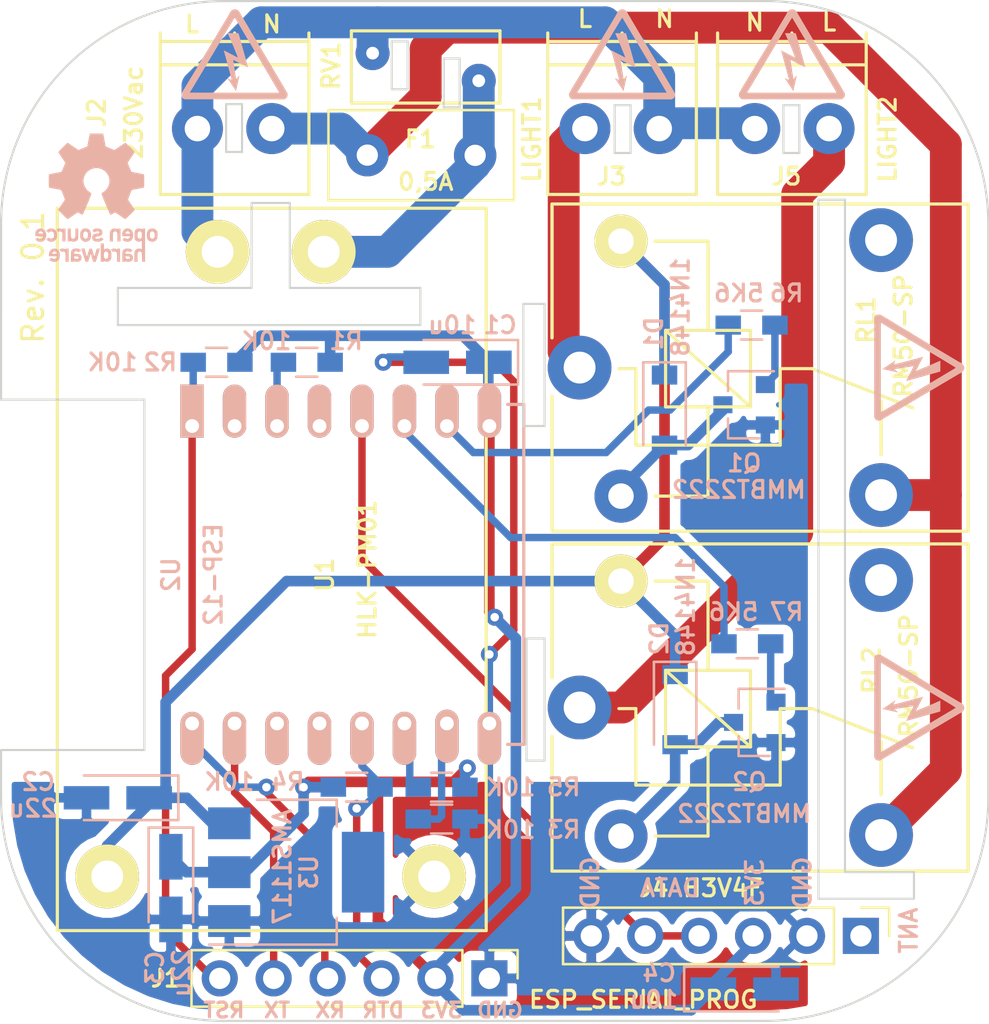
<source format=kicad_pcb>
(kicad_pcb (version 20171130) (host pcbnew 5.1.5-52549c5~84~ubuntu18.04.1)
  (layers (0 F.Cu signal) (31 B.Cu signal) (34 B.Paste user) (35 F.Paste user) (36 B.SilkS user) (37 F.SilkS user) (38 B.Mask user) (39 F.Mask user) (44 Edge.Cuts user))
  (net 0 "")
  (net 1 GND)
  (net 2 /RESET)
  (net 3 +3V3)
  (net 4 "Net-(F1-Pad2)")
  (net 5 /RX)
  (net 6 /TX)
  (net 7 /DTR)
  (net 8 "Net-(Q1-Pad1)")
  (net 9 "Net-(Q2-Pad1)")
  (net 10 "Net-(R3-Pad2)")
  (net 11 "Net-(R5-Pad1)")
  (net 12 +5V)
  (net 13 "Net-(D1-Pad2)")
  (net 14 "Net-(D2-Pad2)")
  (net 15 /L)
  (net 16 /N)
  (net 17 /REL_SW1)
  (net 18 /REL_SW2)
  (net 19 /RELAY_CH1)
  (net 20 /RELAY_CH2)
  (net 21 /433_RX_DATA)
  (net 22 "Net-(R1-Pad1)")
  (module Symbols:OSHW-Logo_5.7x6mm_SilkScreen (layer B.Cu) (at 104.5 59.25 180)
    (fp_text reference REF*** hide)
    (fp_text value OSHW-Logo_5.7x6mm_SilkScreen hide)
  )
  (module Connectors_Terminal_Blocks:TerminalBlock_Pheonix_PT-3.5mm_2pol (layer F.Cu) (at 112.75 56 180)
    (fp_text reference J2 (at 8.25 0.75 270) (layer F.SilkS) (effects (font (size 0.8 0.8))))
    (fp_text value 230Vac (at 6.5 0.75 270) (layer F.SilkS) (effects (font (size 0.8 0.8))))
    (pad 1 thru_hole circle (at 0 0 180) (size 2.4 2.4) (drill 1.2) (layers *.Cu *.Mask) (net 15 /L))
    (pad 2 thru_hole circle (at 3.5 0 180) (size 2.4 2.4) (drill 1.2) (layers *.Cu *.Mask) (net 16 /N))
  )
  (module Connectors_Terminal_Blocks:TerminalBlock_Pheonix_PT-3.5mm_2pol (layer F.Cu) (at 139 56 180)
    (fp_text reference J5 (at 2 -2.25 180) (layer F.SilkS) (effects (font (size 0.8 0.8))))
    (fp_text value LIGHT2 (at -2.75 -0.5 270) (layer F.SilkS) (effects (font (size 0.8 0.8))))
    (pad 2 thru_hole circle (at 3.5 0 180) (size 2.4 2.4) (drill 1.2) (layers *.Cu *.Mask) (net 16 /N))
    (pad 1 thru_hole circle (at 0 0 180) (size 2.4 2.4) (drill 1.2) (layers *.Cu *.Mask) (net 18 /REL_SW2))
  )
  (module Connectors_Terminal_Blocks:TerminalBlock_Pheonix_PT-3.5mm_2pol (layer F.Cu) (at 131 56 180)
    (fp_text reference J3 (at 2.25 -2.25 180) (layer F.SilkS) (effects (font (size 0.8 0.8))))
    (fp_text value LIGHT1 (at 6 -0.5 270) (layer F.SilkS) (effects (font (size 0.8 0.8))))
    (pad 1 thru_hole circle (at 0 0 180) (size 2.4 2.4) (drill 1.2) (layers *.Cu *.Mask) (net 16 /N))
    (pad 2 thru_hole circle (at 3.5 0 180) (size 2.4 2.4) (drill 1.2) (layers *.Cu *.Mask) (net 17 /REL_SW1))
  )
  (module w_logo:Logo_silk_high_voltage_5x4.2mm (layer B.Cu) (at 137.25 52.5 180)
    (fp_text reference G*** hide)
    (fp_text value LOGO hide)
  )
  (module w_logo:Logo_silk_high_voltage_5x4.2mm (layer B.Cu) (at 129.25 52.5 180)
    (fp_text reference G*** hide)
    (fp_text value LOGO hide)
  )
  (module w_logo:Logo_silk_high_voltage_5x4.2mm (layer B.Cu) (at 111 52.5 180)
    (fp_text reference G*** hide)
    (fp_text value LOGO hide)
  )
  (module w_logo:Logo_silk_high_voltage_5x4.2mm (layer B.Cu) (at 143.25 83.25 90)
    (fp_text reference G*** hide)
    (fp_text value LOGO hide)
  )
  (module w_logo:Logo_silk_high_voltage_5x4.2mm (layer B.Cu) (at 143.25 67.25 90)
    (fp_text reference G*** hide)
    (fp_text value LOGO hide)
  )
  (module Diodes_SMD:D_SOD-123 (layer B.Cu) (at 131.25 69.25 270)
    (fp_text reference D1 (at -3.6 0.5 270) (layer B.SilkS) (effects (font (size 0.8 0.8)) (justify mirror)))
    (fp_text value 1N4148 (at -4.85 -0.75 270) (layer B.SilkS) (effects (font (size 0.8 0.8)) (justify mirror)))
    (pad 1 smd rect (at -1.65 0 270) (size 0.9 1.2) (layers B.Cu B.Paste B.Mask) (net 12 +5V))
    (pad 2 smd rect (at 1.65 0 270) (size 0.9 1.2) (layers B.Cu B.Paste B.Mask) (net 13 "Net-(D1-Pad2)"))
  )
  (module Diodes_SMD:D_SOD-123 (layer B.Cu) (at 131.75 83.35 270)
    (fp_text reference D2 (at -3.35 0.75 270) (layer B.SilkS) (effects (font (size 0.8 0.8)) (justify mirror)))
    (fp_text value 1N4148 (at -4.85 -0.5 270) (layer B.SilkS) (effects (font (size 0.8 0.8)) (justify mirror)))
    (pad 2 smd rect (at 1.65 0 270) (size 0.9 1.2) (layers B.Cu B.Paste B.Mask) (net 14 "Net-(D2-Pad2)"))
    (pad 1 smd rect (at -1.65 0 270) (size 0.9 1.2) (layers B.Cu B.Paste B.Mask) (net 12 +5V))
  )
  (module Pin_Headers:Pin_Header_Straight_1x06_Pitch2.54mm (layer F.Cu) (at 140.5 94 270)
    (fp_text reference J4 (at -2.25 9.75) (layer F.SilkS) (effects (font (size 0.8 0.8))))
    (fp_text value H3V4F (at -2.25 6.5) (layer F.SilkS) (effects (font (size 0.8 0.8))))
    (pad 6 thru_hole oval (at 0 12.7 270) (size 1.7 1.7) (drill 1) (layers *.Cu *.Mask) (net 1 GND))
    (pad 5 thru_hole oval (at 0 10.16 270) (size 1.7 1.7) (drill 1) (layers *.Cu *.Mask) (net 21 /433_RX_DATA))
    (pad 4 thru_hole oval (at 0 7.62 270) (size 1.7 1.7) (drill 1) (layers *.Cu *.Mask) (net 21 /433_RX_DATA))
    (pad 3 thru_hole oval (at 0 5.08 270) (size 1.7 1.7) (drill 1) (layers *.Cu *.Mask) (net 3 +3V3))
    (pad 2 thru_hole oval (at 0 2.54 270) (size 1.7 1.7) (drill 1) (layers *.Cu *.Mask) (net 1 GND))
    (pad 1 thru_hole rect (at 0 0 270) (size 1.7 1.7) (drill 1) (layers *.Cu *.Mask))
  )
  (module TO_SOT_Packages_SMD:SOT-23 (layer B.Cu) (at 135 69 180)
    (fp_text reference Q1 (at 0 -2.75) (layer B.SilkS) (effects (font (size 0.8 0.8)) (justify mirror)))
    (fp_text value MMBT2222 (at 0.25 -4) (layer B.SilkS) (effects (font (size 0.8 0.8)) (justify mirror)))
    (pad 3 smd rect (at 1 0 180) (size 0.9 0.8) (layers B.Cu B.Paste B.Mask) (net 13 "Net-(D1-Pad2)"))
    (pad 2 smd rect (at -1 -0.95 180) (size 0.9 0.8) (layers B.Cu B.Paste B.Mask) (net 1 GND))
    (pad 1 smd rect (at -1 0.95 180) (size 0.9 0.8) (layers B.Cu B.Paste B.Mask) (net 8 "Net-(Q1-Pad1)"))
  )
  (module TO_SOT_Packages_SMD:SOT-23 (layer B.Cu) (at 135.5 83.95 180)
    (fp_text reference Q2 (at 0.25 -2.8) (layer B.SilkS) (effects (font (size 0.8 0.8)) (justify mirror)))
    (fp_text value MMBT2222 (at 0.5 -4.3) (layer B.SilkS) (effects (font (size 0.8 0.8)) (justify mirror)))
    (pad 1 smd rect (at -1 0.95 180) (size 0.9 0.8) (layers B.Cu B.Paste B.Mask) (net 9 "Net-(Q2-Pad1)"))
    (pad 2 smd rect (at -1 -0.95 180) (size 0.9 0.8) (layers B.Cu B.Paste B.Mask) (net 1 GND))
    (pad 3 smd rect (at 1 0 180) (size 0.9 0.8) (layers B.Cu B.Paste B.Mask) (net 14 "Net-(D2-Pad2)"))
  )
  (module Resistors_SMD:R_0603_HandSoldering (layer B.Cu) (at 114.4 67)
    (fp_text reference R1 (at 1.85 -1) (layer B.SilkS) (effects (font (size 0.8 0.8)) (justify mirror)))
    (fp_text value 10K (at -1.9 -1) (layer B.SilkS) (effects (font (size 0.8 0.8)) (justify mirror)))
    (pad 1 smd rect (at -1.1 0) (size 1.2 0.9) (layers B.Cu B.Paste B.Mask) (net 22 "Net-(R1-Pad1)"))
    (pad 2 smd rect (at 1.1 0) (size 1.2 0.9) (layers B.Cu B.Paste B.Mask) (net 3 +3V3))
  )
  (module Resistors_SMD:R_0603_HandSoldering (layer B.Cu) (at 110.15 67)
    (fp_text reference R2 (at -2.65 0) (layer B.SilkS) (effects (font (size 0.8 0.8)) (justify mirror)))
    (fp_text value 10K (at -4.9 0) (layer B.SilkS) (effects (font (size 0.8 0.8)) (justify mirror)))
    (pad 2 smd rect (at 1.1 0) (size 1.2 0.9) (layers B.Cu B.Paste B.Mask) (net 3 +3V3))
    (pad 1 smd rect (at -1.1 0) (size 1.2 0.9) (layers B.Cu B.Paste B.Mask) (net 2 /RESET))
  )
  (module Resistors_SMD:R_0603_HandSoldering (layer B.Cu) (at 120.75 88.5 180)
    (fp_text reference R3 (at -5.75 -0.5 180) (layer B.SilkS) (effects (font (size 0.8 0.8)) (justify mirror)))
    (fp_text value 10K (at -3.25 -0.5 180) (layer B.SilkS) (effects (font (size 0.8 0.8)) (justify mirror)))
    (pad 2 smd rect (at 1.1 0 180) (size 1.2 0.9) (layers B.Cu B.Paste B.Mask) (net 10 "Net-(R3-Pad2)"))
    (pad 1 smd rect (at -1.1 0 180) (size 1.2 0.9) (layers B.Cu B.Paste B.Mask) (net 1 GND))
  )
  (module Resistors_SMD:R_0603_HandSoldering (layer B.Cu) (at 116.75 87 180)
    (fp_text reference R4 (at 3.25 0.25 180) (layer B.SilkS) (effects (font (size 0.8 0.8)) (justify mirror)))
    (fp_text value 10K (at 6 0.25 180) (layer B.SilkS) (effects (font (size 0.8 0.8)) (justify mirror)))
    (pad 1 smd rect (at -1.1 0 180) (size 1.2 0.9) (layers B.Cu B.Paste B.Mask) (net 7 /DTR))
    (pad 2 smd rect (at 1.1 0 180) (size 1.2 0.9) (layers B.Cu B.Paste B.Mask) (net 3 +3V3))
  )
  (module Resistors_SMD:R_0603_HandSoldering (layer B.Cu) (at 120.75 87)
    (fp_text reference R5 (at 5.75 0) (layer B.SilkS) (effects (font (size 0.8 0.8)) (justify mirror)))
    (fp_text value 10K (at 3.25 0) (layer B.SilkS) (effects (font (size 0.8 0.8)) (justify mirror)))
    (pad 2 smd rect (at 1.1 0) (size 1.2 0.9) (layers B.Cu B.Paste B.Mask) (net 3 +3V3))
    (pad 1 smd rect (at -1.1 0) (size 1.2 0.9) (layers B.Cu B.Paste B.Mask) (net 11 "Net-(R5-Pad1)"))
  )
  (module Resistors_SMD:R_0603_HandSoldering (layer B.Cu) (at 135.35 65.25 180)
    (fp_text reference R6 (at -1.65 1.5 180) (layer B.SilkS) (effects (font (size 0.8 0.8)) (justify mirror)))
    (fp_text value 5K6 (at 0.6 1.5 180) (layer B.SilkS) (effects (font (size 0.8 0.8)) (justify mirror)))
    (pad 1 smd rect (at -1.1 0 180) (size 1.2 0.9) (layers B.Cu B.Paste B.Mask) (net 8 "Net-(Q1-Pad1)"))
    (pad 2 smd rect (at 1.1 0 180) (size 1.2 0.9) (layers B.Cu B.Paste B.Mask) (net 19 /RELAY_CH1))
  )
  (module Resistors_SMD:R_0603_HandSoldering (layer B.Cu) (at 135.15 80.25 180)
    (fp_text reference R7 (at -1.85 1.5 180) (layer B.SilkS) (effects (font (size 0.8 0.8)) (justify mirror)))
    (fp_text value 5K6 (at 0.65 1.5 180) (layer B.SilkS) (effects (font (size 0.8 0.8)) (justify mirror)))
    (pad 2 smd rect (at 1.1 0 180) (size 1.2 0.9) (layers B.Cu B.Paste B.Mask) (net 20 /RELAY_CH2))
    (pad 1 smd rect (at -1.1 0 180) (size 1.2 0.9) (layers B.Cu B.Paste B.Mask) (net 9 "Net-(Q2-Pad1)"))
  )
  (module myfootprints:RM50_P (layer F.Cu) (at 127.25 67.25)
    (fp_text reference RL1 (at 13.5 -2.25 90) (layer F.SilkS) (effects (font (size 0.8 0.8))))
    (fp_text value RM50-SP (at 15.25 -1.5 90) (layer F.SilkS) (effects (font (size 0.8 0.8))))
    (pad A2 thru_hole circle (at 1.95 6.05 90) (size 2.5 2.5) (drill 1.2) (layers *.Cu *.Mask) (net 13 "Net-(D1-Pad2)"))
    (pad A1 thru_hole circle (at 1.95 -5.95 90) (size 2.5 2.5) (drill 1.2) (layers *.Cu *.Mask F.SilkS) (net 12 +5V))
    (pad 11 thru_hole circle (at 0 0 90) (size 3 3) (drill 1.5) (layers *.Cu *.Mask) (net 17 /REL_SW1))
    (pad 14 thru_hole circle (at 14.2 6 90) (size 3 3) (drill 1.5) (layers *.Cu *.Mask) (net 15 /L))
    (pad 12 thru_hole circle (at 14.2 -6 90) (size 3 3) (drill 1.5) (layers *.Cu *.Mask))
  )
  (module myfootprints:RM50_P (layer F.Cu) (at 127.25 83.25)
    (fp_text reference RL2 (at 13.75 -1.75 90) (layer F.SilkS) (effects (font (size 0.8 0.8))))
    (fp_text value RM50-SP (at 15.5 -1.5 90) (layer F.SilkS) (effects (font (size 0.8 0.8))))
    (pad 12 thru_hole circle (at 14.2 -6 90) (size 3 3) (drill 1.5) (layers *.Cu *.Mask))
    (pad 14 thru_hole circle (at 14.2 6 90) (size 3 3) (drill 1.5) (layers *.Cu *.Mask) (net 15 /L))
    (pad 11 thru_hole circle (at 0 0 90) (size 3 3) (drill 1.5) (layers *.Cu *.Mask) (net 18 /REL_SW2))
    (pad A1 thru_hole circle (at 1.95 -5.95 90) (size 2.5 2.5) (drill 1.2) (layers *.Cu *.Mask F.SilkS) (net 12 +5V))
    (pad A2 thru_hole circle (at 1.95 6.05 90) (size 2.5 2.5) (drill 1.2) (layers *.Cu *.Mask) (net 14 "Net-(D2-Pad2)"))
  )
  (module Varistors:RV_Disc_D7_W3.4_P5 (layer F.Cu) (at 122.5 53.75 180)
    (fp_text reference RV1 (at 6.95 0.7 270) (layer F.SilkS) (effects (font (size 0.8 0.8))))
    (fp_text value Varistor hide)
    (pad 2 thru_hole circle (at 5 1.3 180) (size 1.6 1.6) (drill 0.6) (layers *.Cu *.Mask) (net 16 /N))
    (pad 1 thru_hole circle (at 0 0 180) (size 1.6 1.6) (drill 0.6) (layers *.Cu *.Mask) (net 4 "Net-(F1-Pad2)"))
  )
  (module TO_SOT_Packages_SMD:SOT-223 (layer B.Cu) (at 113.9 91)
    (fp_text reference U3 (at 0.6 0 270) (layer B.SilkS) (effects (font (size 0.8 0.8)) (justify mirror)))
    (fp_text value AMS1117 (at -0.65 -0.25 90) (layer B.SilkS) (effects (font (size 0.8 0.8)) (justify mirror)))
    (pad 1 smd rect (at -3.15 2.3) (size 2 1.5) (layers B.Cu B.Paste B.Mask) (net 1 GND))
    (pad 3 smd rect (at -3.15 -2.3) (size 2 1.5) (layers B.Cu B.Paste B.Mask) (net 12 +5V))
    (pad 2 smd rect (at -3.15 0) (size 2 1.5) (layers B.Cu B.Paste B.Mask) (net 3 +3V3))
    (pad 4 smd rect (at 3.15 0) (size 2 3.8) (layers B.Cu B.Paste B.Mask))
  )
  (module Fuse_Holders_and_Fuses:Fuse_TE5_Littlefuse-395Series (layer F.Cu) (at 117.25 57.25)
    (fp_text reference F1 (at 2.5 -0.75) (layer F.SilkS) (effects (font (size 0.8 0.8))))
    (fp_text value 0,5A (at 2.75 1.25) (layer F.SilkS) (effects (font (size 0.8 0.8))))
    (pad 2 thru_hole circle (at 5.08 0.01) (size 2 2) (drill 1) (layers *.Cu *.Mask) (net 4 "Net-(F1-Pad2)"))
    (pad 1 thru_hole circle (at 0 0) (size 2 2) (drill 1) (layers *.Cu *.Mask) (net 15 /L))
  )
  (module Pin_Headers:Pin_Header_Straight_1x06_Pitch2.54mm (layer F.Cu) (at 123 96 270)
    (fp_text reference J1 (at 0 15.25) (layer F.SilkS) (effects (font (size 0.8 0.8))))
    (fp_text value ESP_SERIAL_PROG (at 1 -7.25) (layer F.SilkS) (effects (font (size 0.8 0.8))))
    (pad 6 thru_hole oval (at 0 12.7 270) (size 1.7 1.7) (drill 1) (layers *.Cu *.Mask) (net 2 /RESET))
    (pad 5 thru_hole oval (at 0 10.16 270) (size 1.7 1.7) (drill 1) (layers *.Cu *.Mask) (net 6 /TX))
    (pad 4 thru_hole oval (at 0 7.62 270) (size 1.7 1.7) (drill 1) (layers *.Cu *.Mask) (net 5 /RX))
    (pad 3 thru_hole oval (at 0 5.08 270) (size 1.7 1.7) (drill 1) (layers *.Cu *.Mask) (net 7 /DTR))
    (pad 2 thru_hole oval (at 0 2.54 270) (size 1.7 1.7) (drill 1) (layers *.Cu *.Mask) (net 3 +3V3))
    (pad 1 thru_hole rect (at 0 0 270) (size 1.7 1.7) (drill 1) (layers *.Cu *.Mask) (net 1 GND))
  )
  (module Capacitors_Tantalum_SMD:CP_Tantalum_Case-A_EIA-3216-18_Wave (layer B.Cu) (at 105.5 87.5 180)
    (fp_text reference C2 (at 3.75 0.75 180) (layer B.SilkS) (effects (font (size 0.8 0.8)) (justify mirror)))
    (fp_text value 22u (at 4 -0.5 180) (layer B.SilkS) (effects (font (size 0.8 0.8)) (justify mirror)))
    (pad 1 smd rect (at -1.475 0 180) (size 2.15 1.1) (layers B.Cu B.Paste B.Mask) (net 12 +5V))
    (pad 2 smd rect (at 1.475 0 180) (size 2.15 1.1) (layers B.Cu B.Paste B.Mask) (net 1 GND))
  )
  (module Capacitors_Tantalum_SMD:CP_Tantalum_Case-A_EIA-3216-18_Wave (layer B.Cu) (at 108 91.75 270)
    (fp_text reference C3 (at 3.75 0.75 270) (layer B.SilkS) (effects (font (size 0.8 0.8)) (justify mirror)))
    (fp_text value 22u (at 4 -0.5 270) (layer B.SilkS) (effects (font (size 0.8 0.8)) (justify mirror)))
    (pad 2 smd rect (at 1.475 0 270) (size 2.15 1.1) (layers B.Cu B.Paste B.Mask) (net 1 GND))
    (pad 1 smd rect (at -1.475 0 270) (size 2.15 1.1) (layers B.Cu B.Paste B.Mask) (net 3 +3V3))
  )
  (module Capacitors_Tantalum_SMD:CP_Tantalum_Case-A_EIA-3216-18_Wave (layer B.Cu) (at 135.025 96.5)
    (fp_text reference C4 (at -4.025 -0.75) (layer B.SilkS) (effects (font (size 0.8 0.8)) (justify mirror)))
    (fp_text value 10u (at -4.275 0.5) (layer B.SilkS) (effects (font (size 0.8 0.8)) (justify mirror)))
    (pad 1 smd rect (at -1.475 0) (size 2.15 1.1) (layers B.Cu B.Paste B.Mask) (net 3 +3V3))
    (pad 2 smd rect (at 1.475 0) (size 2.15 1.1) (layers B.Cu B.Paste B.Mask) (net 1 GND))
  )
  (module myfootprints:HLK-PM01 (layer F.Cu) (at 112.75 76.75 270)
    (fp_text reference U2 (at 0.25 4.75 270) (layer B.SilkS) (effects (font (size 0.8 0.8)) (justify mirror)))
    (fp_text value HLK-PM01 (at 0 -4.5 270) (layer F.SilkS) (effects (font (size 0.8 0.8))))
    (pad 1 thru_hole circle (at -14.950018 -2.45 270) (size 3 3) (drill 1.5) (layers *.Cu *.Mask F.SilkS) (net 4 "Net-(F1-Pad2)"))
    (pad 2 thru_hole circle (at -14.950018 2.55 270) (size 3 3) (drill 1.5) (layers *.Cu *.Mask F.SilkS) (net 16 /N))
    (pad 4 thru_hole circle (at 14.449982 -7.65 270) (size 3 3) (drill 1.5) (layers *.Cu *.Mask F.SilkS) (net 1 GND))
    (pad 3 thru_hole circle (at 14.449982 7.75 270) (size 3 3) (drill 1.5) (layers *.Cu *.Mask F.SilkS) (net 12 +5V))
  )
  (module Capacitors_Tantalum_SMD:CP_Tantalum_Case-A_EIA-3216-18_Wave (layer B.Cu) (at 121.5 67 180)
    (fp_text reference C1 (at -2 1.75 180) (layer B.SilkS) (effects (font (size 0.8 0.8)) (justify mirror)))
    (fp_text value 10u (at 0.25 1.75 180) (layer B.SilkS) (effects (font (size 0.8 0.8)) (justify mirror)))
    (pad 2 smd rect (at 1.475 0 180) (size 2.15 1.1) (layers B.Cu B.Paste B.Mask) (net 1 GND))
    (pad 1 smd rect (at -1.475 0 180) (size 2.15 1.1) (layers B.Cu B.Paste B.Mask) (net 3 +3V3))
  )
  (module myfootprints:ESP-12 (layer B.Cu) (at 109 70 270)
    (fp_text reference U1 (at 7 -6.25 270) (layer F.SilkS) (effects (font (size 0.8 0.8))))
    (fp_text value ESP-12 (at 6.992 -1 270) (layer B.SilkS) (effects (font (size 0.8 0.8)) (justify mirror)))
    (pad 1 thru_hole rect (at 0 0 270) (size 2.5 1.1) (drill 0.65 (offset -0.7 0)) (layers *.Cu *.Mask B.SilkS) (net 2 /RESET))
    (pad 2 thru_hole oval (at 0 -2 270) (size 2.5 1.1) (drill 0.65 (offset -0.7 0)) (layers *.Cu *.Mask B.SilkS))
    (pad 3 thru_hole oval (at 0 -4 270) (size 2.5 1.1) (drill 0.65 (offset -0.7 0)) (layers *.Cu *.Mask B.SilkS) (net 22 "Net-(R1-Pad1)"))
    (pad 4 thru_hole oval (at 0 -6 270) (size 2.5 1.1) (drill 0.65 (offset -0.7 0)) (layers *.Cu *.Mask B.SilkS))
    (pad 5 thru_hole oval (at 0 -8 270) (size 2.5 1.1) (drill 0.65 (offset -0.7 0)) (layers *.Cu *.Mask B.SilkS) (net 21 /433_RX_DATA))
    (pad 6 thru_hole oval (at 0 -10 270) (size 2.5 1.1) (drill 0.65 (offset -0.7 0)) (layers *.Cu *.Mask B.SilkS) (net 20 /RELAY_CH2))
    (pad 7 thru_hole oval (at 0 -12 270) (size 2.5 1.1) (drill 0.65 (offset -0.7 0)) (layers *.Cu *.Mask B.SilkS) (net 19 /RELAY_CH1))
    (pad 8 thru_hole oval (at 0 -14 270) (size 2.5 1.1) (drill 0.65 (offset -0.7 0)) (layers *.Cu *.Mask B.SilkS) (net 3 +3V3))
    (pad 9 thru_hole oval (at 14 -14 270) (size 2.5 1.1) (drill 0.65 (offset 0.7 0)) (layers *.Cu *.Mask B.SilkS) (net 1 GND))
    (pad 10 thru_hole oval (at 14 -12 270) (size 2.5 1.1) (drill 0.65 (offset 0.6 0)) (layers *.Cu *.Mask B.SilkS) (net 10 "Net-(R3-Pad2)"))
    (pad 11 thru_hole oval (at 14 -10 270) (size 2.5 1.1) (drill 0.65 (offset 0.7 0)) (layers *.Cu *.Mask B.SilkS) (net 11 "Net-(R5-Pad1)"))
    (pad 12 thru_hole oval (at 14 -8 270) (size 2.5 1.1) (drill 0.65 (offset 0.7 0)) (layers *.Cu *.Mask B.SilkS) (net 7 /DTR))
    (pad 13 thru_hole oval (at 14 -6 270) (size 2.5 1.1) (drill 0.65 (offset 0.7 0)) (layers *.Cu *.Mask B.SilkS))
    (pad 14 thru_hole oval (at 14 -4 270) (size 2.5 1.1) (drill 0.65 (offset 0.7 0)) (layers *.Cu *.Mask B.SilkS))
    (pad 15 thru_hole oval (at 14 -2 270) (size 2.5 1.1) (drill 0.65 (offset 0.7 0)) (layers *.Cu *.Mask B.SilkS) (net 6 /TX))
    (pad 16 thru_hole oval (at 14 0 270) (size 2.5 1.1) (drill 0.65 (offset 0.7 0)) (layers *.Cu *.Mask B.SilkS) (net 5 /RX))
  )
  (gr_line (start 99.9998 68.7578) (end 100.000001 60.495371) (layer Edge.Cuts) (width 0.1))
  (gr_line (start 106.75 68.7578) (end 99.9998 68.7578) (layer Edge.Cuts) (width 0.1))
  (gr_arc (start 110.5 60.5) (end 110.5 50) (angle -89.97474075) (layer Edge.Cuts) (width 0.1))
  (gr_text L (at 139 51) (layer F.SilkS) (effects (font (size 0.8 0.8))))
  (gr_text N (at 135.5 51) (layer F.SilkS) (effects (font (size 0.8 0.8))))
  (gr_text N (at 131.25 50.836332) (layer F.SilkS) (effects (font (size 0.8 0.8))))
  (gr_text L (at 127.5 50.836332) (layer F.SilkS) (effects (font (size 0.8 0.8))))
  (gr_text N (at 112.75 51.086332) (layer F.SilkS) (effects (font (size 0.8 0.8))))
  (gr_text L (at 109 51.086332) (layer F.SilkS) (effects (font (size 0.8 0.8))))
  (gr_line (start 136.85 57.15) (end 136.85 54.9) (layer Edge.Cuts) (width 0.1))
  (gr_line (start 136.85 54.9) (end 137.6 54.9) (layer Edge.Cuts) (width 0.1))
  (gr_line (start 136.85 57.15) (end 137.6 57.15) (layer Edge.Cuts) (width 0.1))
  (gr_line (start 137.6 54.9) (end 137.6 57.15) (layer Edge.Cuts) (width 0.1))
  (gr_line (start 129.65 54.9) (end 129.65 57.15) (layer Edge.Cuts) (width 0.1))
  (gr_line (start 128.9 57.15) (end 129.65 57.15) (layer Edge.Cuts) (width 0.1))
  (gr_line (start 128.9 57.15) (end 128.9 54.9) (layer Edge.Cuts) (width 0.1))
  (gr_line (start 128.9 54.9) (end 129.65 54.9) (layer Edge.Cuts) (width 0.1))
  (gr_line (start 110.6 57.1) (end 111.35 57.1) (layer Edge.Cuts) (width 0.1))
  (gr_line (start 110.6 54.85) (end 111.35 54.85) (layer Edge.Cuts) (width 0.1))
  (gr_line (start 111.35 54.85) (end 111.35 57.1) (layer Edge.Cuts) (width 0.1))
  (gr_line (start 110.6 57.1) (end 110.6 54.85) (layer Edge.Cuts) (width 0.1))
  (gr_line (start 118.4 54.15) (end 119.15 54.15) (layer Edge.Cuts) (width 0.1))
  (gr_line (start 120.85 52.7) (end 121.6 52.7) (layer Edge.Cuts) (width 0.1))
  (gr_line (start 120.85 55) (end 121.6 55) (layer Edge.Cuts) (width 0.1))
  (gr_line (start 121.6 52.7) (end 121.6 55) (layer Edge.Cuts) (width 0.1))
  (gr_line (start 120.85 55.000543) (end 120.85 52.7) (layer Edge.Cuts) (width 0.1))
  (gr_line (start 118.4 54.15) (end 118.4 51.9) (layer Edge.Cuts) (width 0.1))
  (gr_line (start 119.15 51.9) (end 119.15 54.15) (layer Edge.Cuts) (width 0.1))
  (gr_line (start 118.4 51.9) (end 119.15 51.9) (layer Edge.Cuts) (width 0.1))
  (gr_text "Rev. 0.1" (at 101.5 63 90) (layer F.SilkS) (effects (font (size 1 1))))
  (gr_text ANT (at 142.75 93.75 90) (layer B.SilkS) (effects (font (size 0.8 0.8)) (justify mirror)))
  (gr_text GND (at 137.75 91.5 90) (layer B.SilkS) (effects (font (size 0.8 0.8)) (justify mirror)))
  (gr_text 3V3 (at 135.5 91.5 90) (layer B.SilkS) (effects (font (size 0.8 0.8)) (justify mirror)))
  (gr_text DATA (at 131.5 91.75) (layer B.SilkS) (effects (font (size 0.8 0.8)) (justify mirror)))
  (gr_text GND (at 127.75 91.5 90) (layer B.SilkS) (effects (font (size 0.8 0.8)) (justify mirror)))
  (gr_text GND (at 123.5 97.5) (layer B.SilkS) (effects (font (size 0.7 0.7)) (justify mirror)))
  (gr_text 3V3 (at 120.75 97.5) (layer B.SilkS) (effects (font (size 0.7 0.7)) (justify mirror)))
  (gr_text DTR (at 118 97.5) (layer B.SilkS) (effects (font (size 0.7 0.7)) (justify mirror)))
  (gr_text RX (at 115.5 97.5) (layer B.SilkS) (effects (font (size 0.7 0.7)) (justify mirror)))
  (gr_text TX (at 113 97.5) (layer B.SilkS) (effects (font (size 0.7 0.7)) (justify mirror)))
  (gr_text RST (at 110.5 97.5) (layer B.SilkS) (effects (font (size 0.7 0.7)) (justify mirror)))
  (gr_line (start 124.598753 64.25) (end 125.601385 64.25) (layer Edge.Cuts) (width 0.1))
  (gr_line (start 125.6 70.002272) (end 125.6 64.25) (layer Edge.Cuts) (width 0.1))
  (gr_line (start 124.6 70) (end 125.6 70) (layer Edge.Cuts) (width 0.1))
  (gr_line (start 124.6 70) (end 124.6 64.247728) (layer Edge.Cuts) (width 0.1))
  (gr_line (start 124.75 80) (end 125.6 80) (layer Edge.Cuts) (width 0.1))
  (gr_line (start 124.75 85.75) (end 125.601469 85.75) (layer Edge.Cuts) (width 0.1))
  (gr_line (start 125.6 85.75) (end 125.6 79.997728) (layer Edge.Cuts) (width 0.1))
  (gr_line (start 124.75 85.752272) (end 124.75 80) (layer Edge.Cuts) (width 0.1))
  (gr_line (start 143 91) (end 143 92.25) (layer Edge.Cuts) (width 0.1))
  (gr_line (start 138.5 59.35) (end 139.75 59.35) (layer Edge.Cuts) (width 0.1))
  (gr_line (start 138.5 92.25) (end 138.5 59.349963) (layer Edge.Cuts) (width 0.1))
  (gr_line (start 143 92.25) (end 138.5 92.25) (layer Edge.Cuts) (width 0.1))
  (gr_line (start 143 91) (end 139.75 91) (layer Edge.Cuts) (width 0.1))
  (gr_line (start 139.75 91) (end 139.75 59.349961) (layer Edge.Cuts) (width 0.1))
  (gr_line (start 106.75 85.25) (end 100 85.25) (layer Edge.Cuts) (width 0.1))
  (gr_line (start 106.75 68.7578) (end 106.75 85.25) (layer Edge.Cuts) (width 0.1))
  (gr_line (start 100 87.5) (end 100 85.25) (layer Edge.Cuts) (width 0.1))
  (gr_line (start 105.5 65.25) (end 105.5 63.5) (layer Edge.Cuts) (width 0.1))
  (gr_line (start 111.8 63.5) (end 105.5 63.5) (layer Edge.Cuts) (width 0.1))
  (gr_line (start 113.6 59.5) (end 111.8 59.5) (layer Edge.Cuts) (width 0.1))
  (gr_line (start 113.6 63.5) (end 113.6 59.5) (layer Edge.Cuts) (width 0.1))
  (gr_line (start 119.75 63.5) (end 113.6 63.5) (layer Edge.Cuts) (width 0.1))
  (gr_line (start 119.75 65.25) (end 119.75 63.5) (layer Edge.Cuts) (width 0.1))
  (gr_line (start 105.5 65.25) (end 119.75 65.25) (layer Edge.Cuts) (width 0.1))
  (gr_line (start 111.8 59.5) (end 111.8 63.5) (layer Edge.Cuts) (width 0.1))
  (gr_arc (start 136 60.49801) (end 146.5 60.49801) (angle -90) (layer Edge.Cuts) (width 0.1))
  (gr_arc (start 110.5 87.5) (end 100 87.5) (angle -89.99368655) (layer Edge.Cuts) (width 0.1))
  (gr_arc (start 136 87.5) (end 136 98) (angle -90) (layer Edge.Cuts) (width 0.1))
  (gr_line (start 136 98) (end 110.498843 98) (layer Edge.Cuts) (width 0.1))
  (gr_line (start 146.5 60.49801) (end 146.5 87.5) (layer Edge.Cuts) (width 0.1))
  (gr_line (start 110.5 50) (end 136 49.99801) (layer Edge.Cuts) (width 0.1))
  (segment (start 137.96 94) (end 137.75 94) (width 0.35) (layer B.Cu) (net 1))
  (segment (start 137.75 94) (end 136.5 95.25) (width 0.35) (layer B.Cu) (net 1))
  (segment (start 136.5 95.25) (end 136.5 96.5) (width 0.35) (layer B.Cu) (net 1))
  (segment (start 137.96 94) (end 136.634999 92.674999) (width 0.35) (layer B.Cu) (net 1))
  (segment (start 136.634999 92.674999) (end 129.125001 92.674999) (width 0.35) (layer B.Cu) (net 1))
  (segment (start 129.125001 92.674999) (end 127.8 94) (width 0.35) (layer B.Cu) (net 1))
  (segment (start 136 69.95) (end 136 70) (width 0.35) (layer B.Cu) (net 1))
  (segment (start 136.55 84.9) (end 136.5 84.9) (width 0.35) (layer B.Cu) (net 1))
  (segment (start 118 67) (end 123.25 67) (width 0.35) (layer F.Cu) (net 1))
  (segment (start 123.25 67) (end 124.149999 67.899999) (width 0.35) (layer F.Cu) (net 1))
  (segment (start 124.149999 67.899999) (end 124.149999 79.599985) (width 0.35) (layer F.Cu) (net 1))
  (segment (start 124.149999 79.599985) (end 122.999984 80.75) (width 0.35) (layer F.Cu) (net 1))
  (segment (start 121.85 88.5) (end 122.8 88.5) (width 0.35) (layer B.Cu) (net 1))
  (segment (start 122.8 88.5) (end 123 88.3) (width 0.35) (layer B.Cu) (net 1))
  (segment (start 123 88.3) (end 123 84) (width 0.35) (layer B.Cu) (net 1))
  (segment (start 122.999984 83.999984) (end 122.999984 80.75) (width 0.35) (layer B.Cu) (net 1))
  (segment (start 123 84) (end 122.999984 83.999984) (width 0.35) (layer B.Cu) (net 1))
  (via (at 122.999984 80.75) (size 0.8) (drill 0.4) (layers F.Cu B.Cu) (net 1))
  (segment (start 120 66.75) (end 118.25 66.75) (width 0.35) (layer B.Cu) (net 1))
  (segment (start 118.25 66.75) (end 118 67) (width 0.35) (layer B.Cu) (net 1))
  (via (at 118 67) (size 0.8) (drill 0.4) (layers F.Cu B.Cu) (net 1))
  (segment (start 110.3 96) (end 110 96) (width 0.35) (layer F.Cu) (net 2))
  (segment (start 110 96) (end 107.75 93.75) (width 0.35) (layer F.Cu) (net 2))
  (segment (start 107.75 93.75) (end 107.75 81.75) (width 0.35) (layer F.Cu) (net 2))
  (segment (start 107.75 81.75) (end 109 80.5) (width 0.35) (layer F.Cu) (net 2))
  (segment (start 109 80.5) (end 109 70) (width 0.35) (layer F.Cu) (net 2))
  (segment (start 109.05 67) (end 109.05 69.95) (width 0.35) (layer B.Cu) (net 2))
  (segment (start 109.05 69.95) (end 109 70) (width 0.35) (layer B.Cu) (net 2))
  (segment (start 135.42 94) (end 135.42 94.33) (width 0.5) (layer B.Cu) (net 3))
  (segment (start 135.42 94.33) (end 133.55 96.2) (width 0.5) (layer B.Cu) (net 3))
  (segment (start 133.55 96.2) (end 133.55 96.5) (width 0.5) (layer B.Cu) (net 3))
  (segment (start 114.25 87) (end 114.5 86.75) (width 0.5) (layer F.Cu) (net 3))
  (segment (start 114.5 86.75) (end 121.050013 86.75) (width 0.5) (layer F.Cu) (net 3))
  (segment (start 133.55 96.5) (end 133.5 96.5) (width 0.5) (layer B.Cu) (net 3))
  (segment (start 132.5 97.5) (end 121.75 97.5) (width 0.5) (layer B.Cu) (net 3))
  (segment (start 133.5 96.5) (end 132.5 97.5) (width 0.5) (layer B.Cu) (net 3))
  (segment (start 121.75 97.5) (end 120.46 96.21) (width 0.5) (layer B.Cu) (net 3))
  (segment (start 120.46 96.21) (end 120.46 96) (width 0.5) (layer B.Cu) (net 3))
  (segment (start 123.25 79) (end 124.25 80) (width 0.5) (layer B.Cu) (net 3))
  (segment (start 120.46 95.54) (end 120.46 96) (width 0.5) (layer B.Cu) (net 3))
  (segment (start 124.25 80) (end 124.25 91.75) (width 0.5) (layer B.Cu) (net 3))
  (segment (start 124.25 91.75) (end 120.46 95.54) (width 0.5) (layer B.Cu) (net 3))
  (segment (start 123 70) (end 122.95 69.95) (width 0.5) (layer B.Cu) (net 3))
  (segment (start 121.75 65.75) (end 115.5 65.75) (width 0.5) (layer B.Cu) (net 3))
  (segment (start 122.95 69.95) (end 122.95 66.75) (width 0.5) (layer B.Cu) (net 3))
  (segment (start 122.95 66.75) (end 122.75 66.75) (width 0.5) (layer B.Cu) (net 3))
  (segment (start 122.75 66.75) (end 121.75 65.75) (width 0.5) (layer B.Cu) (net 3))
  (segment (start 111.25 67) (end 111.25 66.75) (width 0.5) (layer B.Cu) (net 3))
  (segment (start 111.25 66.75) (end 112.25 65.75) (width 0.5) (layer B.Cu) (net 3))
  (segment (start 112.25 65.75) (end 115.5 65.75) (width 0.5) (layer B.Cu) (net 3))
  (segment (start 115.5 65.75) (end 115.5 67) (width 0.5) (layer B.Cu) (net 3))
  (segment (start 111.5 91) (end 114.25 88.25) (width 0.5) (layer B.Cu) (net 3))
  (segment (start 114.25 88.25) (end 114.25 87) (width 0.5) (layer B.Cu) (net 3))
  (segment (start 121.050013 86.75) (end 121.310049 86.75) (width 0.5) (layer F.Cu) (net 3))
  (segment (start 121.310049 86.75) (end 121.962638 86.097411) (width 0.5) (layer F.Cu) (net 3))
  (segment (start 120.46 96) (end 117.75 93.29) (width 0.5) (layer F.Cu) (net 3))
  (segment (start 117.75 93.29) (end 117.75 87) (width 0.5) (layer F.Cu) (net 3))
  (segment (start 117.75 87) (end 118 86.75) (width 0.5) (layer F.Cu) (net 3))
  (segment (start 118 86.75) (end 121.050013 86.75) (width 0.5) (layer F.Cu) (net 3))
  (segment (start 121.85 87) (end 121.85 86.15) (width 0.5) (layer B.Cu) (net 3))
  (via (at 121.962638 86.097411) (size 0.8) (drill 0.4) (layers F.Cu B.Cu) (net 3))
  (segment (start 121.85 86.15) (end 121.902589 86.097411) (width 0.5) (layer B.Cu) (net 3))
  (segment (start 121.902589 86.097411) (end 121.962638 86.097411) (width 0.5) (layer B.Cu) (net 3))
  (segment (start 123 78.75) (end 123.25 79) (width 0.5) (layer F.Cu) (net 3))
  (segment (start 123 70) (end 123 78.75) (width 0.5) (layer F.Cu) (net 3))
  (via (at 123.25 79) (size 0.8) (drill 0.4) (layers F.Cu B.Cu) (net 3))
  (segment (start 114.25 87) (end 115.65 87) (width 0.5) (layer B.Cu) (net 3))
  (via (at 114.25 87) (size 0.8) (drill 0.4) (layers F.Cu B.Cu) (net 3))
  (segment (start 111.5 91) (end 110.75 91) (width 0.5) (layer B.Cu) (net 3))
  (segment (start 115.65 87) (end 115.5 87) (width 0.5) (layer B.Cu) (net 3))
  (segment (start 110.75 91) (end 108.725 91) (width 0.5) (layer B.Cu) (net 3))
  (segment (start 108.725 91) (end 108 90.275) (width 0.5) (layer B.Cu) (net 3))
  (segment (start 115.2 61.799982) (end 118.200018 61.799982) (width 1.5) (layer B.Cu) (net 4))
  (segment (start 118.200018 61.799982) (end 122.33 57.67) (width 1.5) (layer B.Cu) (net 4))
  (segment (start 122.33 57.67) (end 122.33 57.26) (width 1.5) (layer B.Cu) (net 4))
  (segment (start 122.33 57.26) (end 122.5 57.09) (width 1.5) (layer B.Cu) (net 4))
  (segment (start 122.5 57.09) (end 122.5 53.75) (width 1.5) (layer B.Cu) (net 4))
  (segment (start 112.5 87) (end 112.5 87.25) (width 0.35) (layer F.Cu) (net 5))
  (segment (start 112.5 87.25) (end 115.25 90) (width 0.35) (layer F.Cu) (net 5))
  (segment (start 115.25 90) (end 115.25 95.87) (width 0.35) (layer F.Cu) (net 5))
  (segment (start 115.25 95.87) (end 115.38 96) (width 0.35) (layer F.Cu) (net 5))
  (segment (start 109 84) (end 109 84.849583) (width 0.35) (layer B.Cu) (net 5))
  (segment (start 109 84.849583) (end 111.150417 87) (width 0.35) (layer B.Cu) (net 5))
  (segment (start 111.150417 87) (end 112.5 87) (width 0.35) (layer B.Cu) (net 5))
  (via (at 112.5 87) (size 0.8) (drill 0.4) (layers F.Cu B.Cu) (net 5))
  (segment (start 111 84) (end 111 87.25) (width 0.35) (layer F.Cu) (net 6))
  (segment (start 111 87.25) (end 112.84 89.09) (width 0.35) (layer F.Cu) (net 6))
  (segment (start 112.84 89.09) (end 112.84 96) (width 0.35) (layer F.Cu) (net 6))
  (segment (start 117 84) (end 117 86) (width 0.35) (layer B.Cu) (net 7))
  (segment (start 117 86) (end 117.85 86.85) (width 0.35) (layer B.Cu) (net 7))
  (segment (start 117.85 86.85) (end 117.85 87) (width 0.35) (layer B.Cu) (net 7))
  (segment (start 117.649999 87.350001) (end 117 88) (width 0.35) (layer B.Cu) (net 7))
  (segment (start 117 88) (end 116.750001 88) (width 0.35) (layer B.Cu) (net 7))
  (segment (start 116.750001 94.830001) (end 116.750001 88) (width 0.35) (layer F.Cu) (net 7))
  (segment (start 117.92 96) (end 116.750001 94.830001) (width 0.35) (layer F.Cu) (net 7))
  (segment (start 117.85 87.15) (end 117.649999 87.350001) (width 0.35) (layer B.Cu) (net 7))
  (segment (start 117.75 87.1) (end 117.75 87.25) (width 0.35) (layer B.Cu) (net 7))
  (via (at 116.750001 88) (size 0.8) (drill 0.4) (layers F.Cu B.Cu) (net 7))
  (segment (start 117.85 87) (end 117.85 87.15) (width 0.35) (layer B.Cu) (net 7))
  (segment (start 117.75 87.25) (end 117.649999 87.350001) (width 0.35) (layer B.Cu) (net 7))
  (segment (start 136.45 65.25) (end 136.45 67.6) (width 0.35) (layer B.Cu) (net 8))
  (segment (start 136.45 67.6) (end 136 68.05) (width 0.35) (layer B.Cu) (net 8))
  (segment (start 136.25 80.25) (end 136.25 82.75) (width 0.35) (layer B.Cu) (net 9))
  (segment (start 136.25 82.75) (end 136.5 83) (width 0.35) (layer B.Cu) (net 9))
  (segment (start 119.65 88.5) (end 120.6 88.5) (width 0.35) (layer B.Cu) (net 10))
  (segment (start 120.6 88.5) (end 120.75 88.35) (width 0.35) (layer B.Cu) (net 10))
  (segment (start 120.75 88.35) (end 120.75 84.25) (width 0.35) (layer B.Cu) (net 10))
  (segment (start 120.75 84.25) (end 121 84) (width 0.35) (layer B.Cu) (net 10))
  (segment (start 119 84) (end 119.25 84.25) (width 0.35) (layer B.Cu) (net 11))
  (segment (start 119.25 84.25) (end 119.25 86.75) (width 0.35) (layer B.Cu) (net 11))
  (segment (start 119.25 86.75) (end 119.5 87) (width 0.35) (layer B.Cu) (net 11))
  (segment (start 129.2 77.3) (end 131.25 75.25) (width 0.5) (layer F.Cu) (net 12))
  (segment (start 131.25 63.35) (end 129.2 61.3) (width 0.5) (layer F.Cu) (net 12))
  (segment (start 131.25 75.25) (end 131.25 63.35) (width 0.5) (layer F.Cu) (net 12))
  (segment (start 107.725 87.5) (end 108.75 87.5) (width 0.5) (layer B.Cu) (net 12))
  (segment (start 110.45 88.7) (end 110.75 88.7) (width 0.5) (layer B.Cu) (net 12))
  (segment (start 108.75 87.5) (end 109.95 88.7) (width 0.5) (layer B.Cu) (net 12))
  (segment (start 109.95 88.7) (end 110.45 88.7) (width 0.5) (layer B.Cu) (net 12))
  (segment (start 107.725 87.5) (end 107.25 87.5) (width 0.5) (layer B.Cu) (net 12))
  (segment (start 107.25 87.5) (end 105 89.75) (width 0.5) (layer B.Cu) (net 12))
  (segment (start 105 89.75) (end 105 91.199982) (width 0.5) (layer B.Cu) (net 12))
  (segment (start 129.2 77.3) (end 113.45 77.3) (width 0.5) (layer B.Cu) (net 12))
  (segment (start 113.45 77.3) (end 107.75 83) (width 0.5) (layer B.Cu) (net 12))
  (segment (start 107.75 83) (end 107.75 87.475) (width 0.5) (layer B.Cu) (net 12))
  (segment (start 107.75 87.475) (end 107.725 87.5) (width 0.5) (layer B.Cu) (net 12))
  (segment (start 131.75 79.85) (end 129.2 77.3) (width 0.5) (layer B.Cu) (net 12))
  (segment (start 131.25 67.6) (end 131.25 63.35) (width 0.5) (layer B.Cu) (net 12))
  (segment (start 131.25 63.35) (end 129.2 61.3) (width 0.5) (layer B.Cu) (net 12))
  (segment (start 131.75 81.7) (end 131.75 79.85) (width 0.5) (layer B.Cu) (net 12))
  (segment (start 131.25 70.9) (end 132.35 70.9) (width 0.5) (layer B.Cu) (net 13))
  (segment (start 132.35 70.9) (end 134 69.25) (width 0.5) (layer B.Cu) (net 13))
  (segment (start 134 69.25) (end 134 69) (width 0.5) (layer B.Cu) (net 13))
  (segment (start 129.2 73.3) (end 129.2 72.95) (width 0.5) (layer B.Cu) (net 13))
  (segment (start 129.2 72.95) (end 131.25 70.9) (width 0.5) (layer B.Cu) (net 13))
  (segment (start 131.75 85) (end 132.75 85) (width 0.5) (layer B.Cu) (net 14))
  (segment (start 132.75 85) (end 133.8 83.95) (width 0.5) (layer B.Cu) (net 14))
  (segment (start 133.8 83.95) (end 134.5 83.95) (width 0.5) (layer B.Cu) (net 14))
  (segment (start 131.75 85) (end 131.75 86.75) (width 0.5) (layer B.Cu) (net 14))
  (segment (start 131.75 86.75) (end 129.2 89.3) (width 0.5) (layer B.Cu) (net 14))
  (segment (start 144.5 73.25) (end 144.5 56.75) (width 1.5) (layer F.Cu) (net 15))
  (segment (start 144.5 56.75) (end 139 51.25) (width 1.5) (layer F.Cu) (net 15))
  (segment (start 121 51.25) (end 120 52.25) (width 1.5) (layer F.Cu) (net 15))
  (segment (start 139 51.25) (end 121 51.25) (width 1.5) (layer F.Cu) (net 15))
  (segment (start 120 52.25) (end 120 54.5) (width 1.5) (layer F.Cu) (net 15))
  (segment (start 120 54.5) (end 117.25 57.25) (width 1.5) (layer F.Cu) (net 15))
  (segment (start 112.75 56) (end 116 56) (width 1.5) (layer B.Cu) (net 15))
  (segment (start 116 56) (end 117.25 57.25) (width 1.5) (layer B.Cu) (net 15))
  (segment (start 141.45 89.25) (end 144.5 86.2) (width 1.5) (layer F.Cu) (net 15))
  (segment (start 144.5 86.2) (end 144.5 73.25) (width 1.5) (layer F.Cu) (net 15))
  (segment (start 141.45 73.25) (end 144.5 73.25) (width 1.5) (layer F.Cu) (net 15))
  (segment (start 112.25 51) (end 117.75 51) (width 1.5) (layer B.Cu) (net 16))
  (segment (start 117.75 51) (end 128.45 51) (width 1.5) (layer B.Cu) (net 16))
  (segment (start 117.5 52.45) (end 117.5 51.25) (width 1.5) (layer B.Cu) (net 16))
  (segment (start 117.5 51.25) (end 117.75 51) (width 1.5) (layer B.Cu) (net 16))
  (segment (start 109.25 56) (end 109.25 54) (width 1.5) (layer B.Cu) (net 16))
  (segment (start 109.25 54) (end 112.25 51) (width 1.5) (layer B.Cu) (net 16))
  (segment (start 128.45 51) (end 131 53.55) (width 1.5) (layer B.Cu) (net 16))
  (segment (start 131 53.55) (end 131 55.75) (width 1.5) (layer B.Cu) (net 16))
  (segment (start 131 55.75) (end 135.5 55.75) (width 1.5) (layer B.Cu) (net 16))
  (segment (start 109.25 56) (end 109.25 60.849982) (width 1.5) (layer B.Cu) (net 16))
  (segment (start 109.25 60.849982) (end 110.2 61.799982) (width 1.5) (layer B.Cu) (net 16))
  (segment (start 127.25 67.25) (end 126.5 66.5) (width 1.5) (layer F.Cu) (net 17))
  (segment (start 126.5 66.5) (end 126.5 56.75) (width 1.5) (layer F.Cu) (net 17))
  (segment (start 126.5 56.75) (end 127.5 55.75) (width 1.5) (layer F.Cu) (net 17))
  (segment (start 139 55.75) (end 139 57.6) (width 1.5) (layer F.Cu) (net 18))
  (segment (start 139 57.6) (end 137.5 59.1) (width 1.5) (layer F.Cu) (net 18))
  (segment (start 137.5 59.1) (end 137.5 75) (width 1.5) (layer F.Cu) (net 18))
  (segment (start 137.5 75) (end 129.25 83.25) (width 1.5) (layer F.Cu) (net 18))
  (segment (start 129.25 83.25) (end 127.25 83.25) (width 1.5) (layer F.Cu) (net 18))
  (segment (start 121 70) (end 122.25 71.25) (width 0.35) (layer B.Cu) (net 19))
  (segment (start 122.25 71.25) (end 128.5 71.25) (width 0.35) (layer B.Cu) (net 19))
  (segment (start 128.5 71.25) (end 130.5 69.25) (width 0.35) (layer B.Cu) (net 19))
  (segment (start 130.5 69.25) (end 131.505002 69.25) (width 0.35) (layer B.Cu) (net 19))
  (segment (start 131.505002 69.25) (end 134.25 66.505002) (width 0.35) (layer B.Cu) (net 19))
  (segment (start 134.25 66.505002) (end 134.25 65.25) (width 0.35) (layer B.Cu) (net 19))
  (segment (start 119 70) (end 119 70.25) (width 0.35) (layer B.Cu) (net 20))
  (segment (start 119 70.25) (end 124 75.25) (width 0.35) (layer B.Cu) (net 20))
  (segment (start 124 75.25) (end 131.75 75.25) (width 0.35) (layer B.Cu) (net 20))
  (segment (start 131.75 75.25) (end 134.05 77.55) (width 0.35) (layer B.Cu) (net 20))
  (segment (start 134.05 77.55) (end 134.05 80.25) (width 0.35) (layer B.Cu) (net 20))
  (segment (start 130.34 94) (end 124.25 87.91) (width 0.35) (layer F.Cu) (net 21))
  (segment (start 124.25 87.91) (end 124.25 83.5) (width 0.35) (layer F.Cu) (net 21))
  (segment (start 124.25 83.5) (end 117 76.25) (width 0.35) (layer F.Cu) (net 21))
  (segment (start 117 76.25) (end 117 70) (width 0.35) (layer F.Cu) (net 21))
  (segment (start 132.88 94) (end 130.34 94) (width 0.35) (layer F.Cu) (net 21))
  (segment (start 113 70) (end 113 67.3) (width 0.35) (layer B.Cu) (net 22))
  (segment (start 113 67.3) (end 113.3 67) (width 0.35) (layer B.Cu) (net 22))
  (zone (net 1) (net_name GND) (layer B.Cu) (connect_pads (clearance 0.45)) (min_thickness 0.254) (fill yes (arc_segments 32) (thermal_gap 0.45) (thermal_bridge_width 0.45))
    (polygon (pts (xy 100 86.75) (xy 110.5 86.75) (xy 124.25 86.75) (xy 132 86.75) (xy 132 68) (xy 138 68) (xy 138 98) (xy 100 98)))
  )
  (zone (net 1) (net_name GND) (layer F.Cu) (connect_pads (clearance 0.45)) (min_thickness 0.254) (fill yes (arc_segments 32) (thermal_gap 0.45) (thermal_bridge_width 0.45))
    (polygon (pts (xy 100 86.75) (xy 100.25 86.75) (xy 138 86.75) (xy 138 98) (xy 100 98)))
  )
)
</source>
